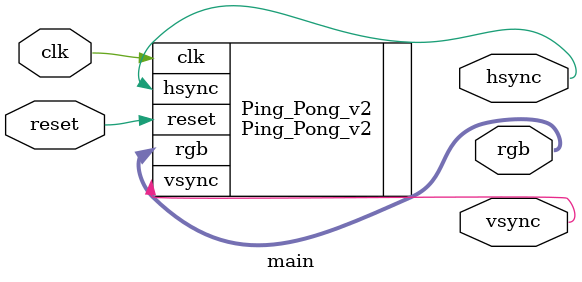
<source format=v>
`timescale 1ns / 1ps
module main(
		input wire clk, reset,
		//input wire [1:0] btn,
		output wire hsync, vsync,
		output wire [2:0] rgb
    );
	 
	 
	 Ping_Pong_v2 Ping_Pong_v2 (
    .clk(clk), 
    .reset(reset), 
    .hsync(hsync), 
    .vsync(vsync), 
    .rgb(rgb)
    );


endmodule

</source>
